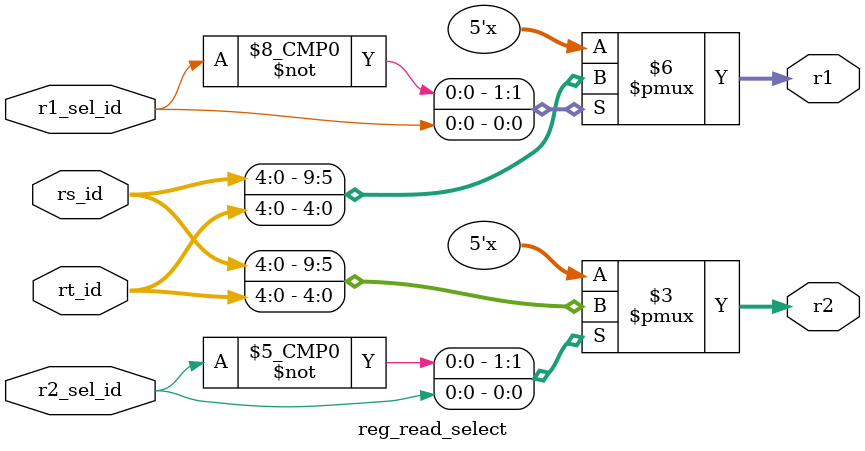
<source format=v>
/*
**	ä½è?ï¼å¼ é«
**	åè½ï¼è¯»å¯å­å¨ç¼å·é?æ©
**	åå
*/
module reg_read_select(
	input 		[4:0]		rs_id,
	input 		[4:0]		rt_id,
	input 					r1_sel_id,
	input 					r2_sel_id,
	output reg	[4:0]		r1,
	output reg	[4:0]		r2
);
	

	always @* begin
		case(r1_sel_id)
			1'b0: begin
				r1 <= rs_id;
			end // 2'b00:
			1'b1: begin
				r1 <= rt_id;
			end // 2'b01:
			default: r1 <= r1;
		endcase
	end

	always @* begin
		case(r2_sel_id)
			1'b0: begin
				r2 <= rs_id;
			end // 2'b00:
			1'b1: begin
				r2 <= rt_id;
			end // 2'b01:
			default: r2 <= r2;
		endcase
	end
	
endmodule

</source>
